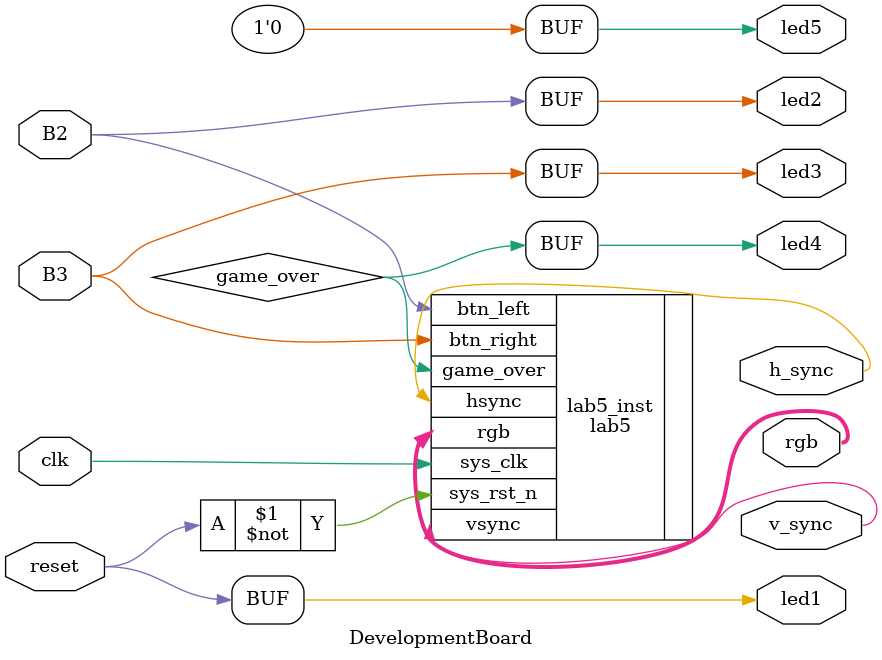
<source format=v>
`timescale 1ns / 1ns

module DevelopmentBoard(
    input wire clk,      // 50MHz
    input wire reset,    // 复位
    input wire B2, B3,   // B2:左移, B3:右移 (B4,B5 未用)
    output wire h_sync, v_sync,
    output wire [15:0] rgb,
    output wire led1, led2, led3, led4, led5
);

    wire game_over;      // 来自 lab4 的游戏结束信号

    lab5 lab5_inst (
        .sys_clk(clk),
        .sys_rst_n(~reset),  // 低有效复位
        .btn_left(B2),       // 左移
        .btn_right(B3),      // 右移
        .hsync(h_sync),
        .vsync(v_sync),
        .rgb(rgb),
        .game_over(game_over)
    );

    // LED 逻辑
    assign led1 = reset;           // 复位指示
    assign led2 = B2;              // 左键指示
    assign led3 = B3;       // 游戏结束
    assign led4 = game_over;            // 未用（可接木块位置）
    assign led5 = 1'b0;

endmodule

</source>
